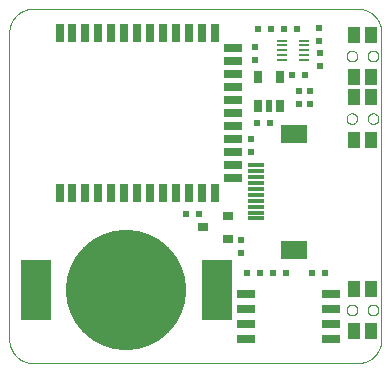
<source format=gtp>
G75*
%MOIN*%
%OFA0B0*%
%FSLAX25Y25*%
%IPPOS*%
%LPD*%
%AMOC8*
5,1,8,0,0,1.08239X$1,22.5*
%
%ADD10C,0.00000*%
%ADD11R,0.02756X0.06299*%
%ADD12R,0.06299X0.02756*%
%ADD13R,0.06496X0.02756*%
%ADD14C,0.40157*%
%ADD15R,0.09843X0.20079*%
%ADD16R,0.05512X0.01181*%
%ADD17R,0.08661X0.06299*%
%ADD18R,0.04134X0.05512*%
%ADD19R,0.02362X0.02362*%
%ADD20R,0.03150X0.03937*%
%ADD21R,0.02362X0.03937*%
%ADD22R,0.03346X0.00787*%
%ADD23R,0.03543X0.03150*%
D10*
X0050705Y0034957D02*
X0050705Y0137319D01*
X0050707Y0137509D01*
X0050714Y0137699D01*
X0050726Y0137889D01*
X0050742Y0138079D01*
X0050762Y0138268D01*
X0050788Y0138457D01*
X0050817Y0138645D01*
X0050852Y0138832D01*
X0050891Y0139018D01*
X0050934Y0139203D01*
X0050982Y0139388D01*
X0051034Y0139571D01*
X0051090Y0139752D01*
X0051151Y0139932D01*
X0051217Y0140111D01*
X0051286Y0140288D01*
X0051360Y0140464D01*
X0051438Y0140637D01*
X0051521Y0140809D01*
X0051607Y0140978D01*
X0051697Y0141146D01*
X0051792Y0141311D01*
X0051890Y0141474D01*
X0051993Y0141634D01*
X0052099Y0141792D01*
X0052209Y0141947D01*
X0052322Y0142100D01*
X0052440Y0142250D01*
X0052561Y0142396D01*
X0052685Y0142540D01*
X0052813Y0142681D01*
X0052944Y0142819D01*
X0053079Y0142954D01*
X0053217Y0143085D01*
X0053358Y0143213D01*
X0053502Y0143337D01*
X0053648Y0143458D01*
X0053798Y0143576D01*
X0053951Y0143689D01*
X0054106Y0143799D01*
X0054264Y0143905D01*
X0054424Y0144008D01*
X0054587Y0144106D01*
X0054752Y0144201D01*
X0054920Y0144291D01*
X0055089Y0144377D01*
X0055261Y0144460D01*
X0055434Y0144538D01*
X0055610Y0144612D01*
X0055787Y0144681D01*
X0055966Y0144747D01*
X0056146Y0144808D01*
X0056327Y0144864D01*
X0056510Y0144916D01*
X0056695Y0144964D01*
X0056880Y0145007D01*
X0057066Y0145046D01*
X0057253Y0145081D01*
X0057441Y0145110D01*
X0057630Y0145136D01*
X0057819Y0145156D01*
X0058009Y0145172D01*
X0058199Y0145184D01*
X0058389Y0145191D01*
X0058579Y0145193D01*
X0166846Y0145193D01*
X0167036Y0145191D01*
X0167226Y0145184D01*
X0167416Y0145172D01*
X0167606Y0145156D01*
X0167795Y0145136D01*
X0167984Y0145110D01*
X0168172Y0145081D01*
X0168359Y0145046D01*
X0168545Y0145007D01*
X0168730Y0144964D01*
X0168915Y0144916D01*
X0169098Y0144864D01*
X0169279Y0144808D01*
X0169459Y0144747D01*
X0169638Y0144681D01*
X0169815Y0144612D01*
X0169991Y0144538D01*
X0170164Y0144460D01*
X0170336Y0144377D01*
X0170505Y0144291D01*
X0170673Y0144201D01*
X0170838Y0144106D01*
X0171001Y0144008D01*
X0171161Y0143905D01*
X0171319Y0143799D01*
X0171474Y0143689D01*
X0171627Y0143576D01*
X0171777Y0143458D01*
X0171923Y0143337D01*
X0172067Y0143213D01*
X0172208Y0143085D01*
X0172346Y0142954D01*
X0172481Y0142819D01*
X0172612Y0142681D01*
X0172740Y0142540D01*
X0172864Y0142396D01*
X0172985Y0142250D01*
X0173103Y0142100D01*
X0173216Y0141947D01*
X0173326Y0141792D01*
X0173432Y0141634D01*
X0173535Y0141474D01*
X0173633Y0141311D01*
X0173728Y0141146D01*
X0173818Y0140978D01*
X0173904Y0140809D01*
X0173987Y0140637D01*
X0174065Y0140464D01*
X0174139Y0140288D01*
X0174208Y0140111D01*
X0174274Y0139932D01*
X0174335Y0139752D01*
X0174391Y0139571D01*
X0174443Y0139388D01*
X0174491Y0139203D01*
X0174534Y0139018D01*
X0174573Y0138832D01*
X0174608Y0138645D01*
X0174637Y0138457D01*
X0174663Y0138268D01*
X0174683Y0138079D01*
X0174699Y0137889D01*
X0174711Y0137699D01*
X0174718Y0137509D01*
X0174720Y0137319D01*
X0174720Y0034957D01*
X0174718Y0034767D01*
X0174711Y0034577D01*
X0174699Y0034387D01*
X0174683Y0034197D01*
X0174663Y0034008D01*
X0174637Y0033819D01*
X0174608Y0033631D01*
X0174573Y0033444D01*
X0174534Y0033258D01*
X0174491Y0033073D01*
X0174443Y0032888D01*
X0174391Y0032705D01*
X0174335Y0032524D01*
X0174274Y0032344D01*
X0174208Y0032165D01*
X0174139Y0031988D01*
X0174065Y0031812D01*
X0173987Y0031639D01*
X0173904Y0031467D01*
X0173818Y0031298D01*
X0173728Y0031130D01*
X0173633Y0030965D01*
X0173535Y0030802D01*
X0173432Y0030642D01*
X0173326Y0030484D01*
X0173216Y0030329D01*
X0173103Y0030176D01*
X0172985Y0030026D01*
X0172864Y0029880D01*
X0172740Y0029736D01*
X0172612Y0029595D01*
X0172481Y0029457D01*
X0172346Y0029322D01*
X0172208Y0029191D01*
X0172067Y0029063D01*
X0171923Y0028939D01*
X0171777Y0028818D01*
X0171627Y0028700D01*
X0171474Y0028587D01*
X0171319Y0028477D01*
X0171161Y0028371D01*
X0171001Y0028268D01*
X0170838Y0028170D01*
X0170673Y0028075D01*
X0170505Y0027985D01*
X0170336Y0027899D01*
X0170164Y0027816D01*
X0169991Y0027738D01*
X0169815Y0027664D01*
X0169638Y0027595D01*
X0169459Y0027529D01*
X0169279Y0027468D01*
X0169098Y0027412D01*
X0168915Y0027360D01*
X0168730Y0027312D01*
X0168545Y0027269D01*
X0168359Y0027230D01*
X0168172Y0027195D01*
X0167984Y0027166D01*
X0167795Y0027140D01*
X0167606Y0027120D01*
X0167416Y0027104D01*
X0167226Y0027092D01*
X0167036Y0027085D01*
X0166846Y0027083D01*
X0058579Y0027083D01*
X0058389Y0027085D01*
X0058199Y0027092D01*
X0058009Y0027104D01*
X0057819Y0027120D01*
X0057630Y0027140D01*
X0057441Y0027166D01*
X0057253Y0027195D01*
X0057066Y0027230D01*
X0056880Y0027269D01*
X0056695Y0027312D01*
X0056510Y0027360D01*
X0056327Y0027412D01*
X0056146Y0027468D01*
X0055966Y0027529D01*
X0055787Y0027595D01*
X0055610Y0027664D01*
X0055434Y0027738D01*
X0055261Y0027816D01*
X0055089Y0027899D01*
X0054920Y0027985D01*
X0054752Y0028075D01*
X0054587Y0028170D01*
X0054424Y0028268D01*
X0054264Y0028371D01*
X0054106Y0028477D01*
X0053951Y0028587D01*
X0053798Y0028700D01*
X0053648Y0028818D01*
X0053502Y0028939D01*
X0053358Y0029063D01*
X0053217Y0029191D01*
X0053079Y0029322D01*
X0052944Y0029457D01*
X0052813Y0029595D01*
X0052685Y0029736D01*
X0052561Y0029880D01*
X0052440Y0030026D01*
X0052322Y0030176D01*
X0052209Y0030329D01*
X0052099Y0030484D01*
X0051993Y0030642D01*
X0051890Y0030802D01*
X0051792Y0030965D01*
X0051697Y0031130D01*
X0051607Y0031298D01*
X0051521Y0031467D01*
X0051438Y0031639D01*
X0051360Y0031812D01*
X0051286Y0031988D01*
X0051217Y0032165D01*
X0051151Y0032344D01*
X0051090Y0032524D01*
X0051034Y0032705D01*
X0050982Y0032888D01*
X0050934Y0033073D01*
X0050891Y0033258D01*
X0050852Y0033444D01*
X0050817Y0033631D01*
X0050788Y0033819D01*
X0050762Y0034008D01*
X0050742Y0034197D01*
X0050726Y0034387D01*
X0050714Y0034577D01*
X0050707Y0034767D01*
X0050705Y0034957D01*
X0163106Y0044799D02*
X0163108Y0044883D01*
X0163114Y0044966D01*
X0163124Y0045049D01*
X0163138Y0045132D01*
X0163155Y0045214D01*
X0163177Y0045295D01*
X0163202Y0045374D01*
X0163231Y0045453D01*
X0163264Y0045530D01*
X0163300Y0045605D01*
X0163340Y0045679D01*
X0163383Y0045751D01*
X0163430Y0045820D01*
X0163480Y0045887D01*
X0163533Y0045952D01*
X0163589Y0046014D01*
X0163647Y0046074D01*
X0163709Y0046131D01*
X0163773Y0046184D01*
X0163840Y0046235D01*
X0163909Y0046282D01*
X0163980Y0046327D01*
X0164053Y0046367D01*
X0164128Y0046404D01*
X0164205Y0046438D01*
X0164283Y0046468D01*
X0164362Y0046494D01*
X0164443Y0046517D01*
X0164525Y0046535D01*
X0164607Y0046550D01*
X0164690Y0046561D01*
X0164773Y0046568D01*
X0164857Y0046571D01*
X0164941Y0046570D01*
X0165024Y0046565D01*
X0165108Y0046556D01*
X0165190Y0046543D01*
X0165272Y0046527D01*
X0165353Y0046506D01*
X0165434Y0046482D01*
X0165512Y0046454D01*
X0165590Y0046422D01*
X0165666Y0046386D01*
X0165740Y0046347D01*
X0165812Y0046305D01*
X0165882Y0046259D01*
X0165950Y0046210D01*
X0166015Y0046158D01*
X0166078Y0046103D01*
X0166138Y0046045D01*
X0166196Y0045984D01*
X0166250Y0045920D01*
X0166302Y0045854D01*
X0166350Y0045786D01*
X0166395Y0045715D01*
X0166436Y0045642D01*
X0166475Y0045568D01*
X0166509Y0045492D01*
X0166540Y0045414D01*
X0166567Y0045335D01*
X0166591Y0045254D01*
X0166610Y0045173D01*
X0166626Y0045091D01*
X0166638Y0045008D01*
X0166646Y0044924D01*
X0166650Y0044841D01*
X0166650Y0044757D01*
X0166646Y0044674D01*
X0166638Y0044590D01*
X0166626Y0044507D01*
X0166610Y0044425D01*
X0166591Y0044344D01*
X0166567Y0044263D01*
X0166540Y0044184D01*
X0166509Y0044106D01*
X0166475Y0044030D01*
X0166436Y0043956D01*
X0166395Y0043883D01*
X0166350Y0043812D01*
X0166302Y0043744D01*
X0166250Y0043678D01*
X0166196Y0043614D01*
X0166138Y0043553D01*
X0166078Y0043495D01*
X0166015Y0043440D01*
X0165950Y0043388D01*
X0165882Y0043339D01*
X0165812Y0043293D01*
X0165740Y0043251D01*
X0165666Y0043212D01*
X0165590Y0043176D01*
X0165512Y0043144D01*
X0165434Y0043116D01*
X0165353Y0043092D01*
X0165272Y0043071D01*
X0165190Y0043055D01*
X0165108Y0043042D01*
X0165024Y0043033D01*
X0164941Y0043028D01*
X0164857Y0043027D01*
X0164773Y0043030D01*
X0164690Y0043037D01*
X0164607Y0043048D01*
X0164525Y0043063D01*
X0164443Y0043081D01*
X0164362Y0043104D01*
X0164283Y0043130D01*
X0164205Y0043160D01*
X0164128Y0043194D01*
X0164053Y0043231D01*
X0163980Y0043271D01*
X0163909Y0043316D01*
X0163840Y0043363D01*
X0163773Y0043414D01*
X0163709Y0043467D01*
X0163647Y0043524D01*
X0163589Y0043584D01*
X0163533Y0043646D01*
X0163480Y0043711D01*
X0163430Y0043778D01*
X0163383Y0043847D01*
X0163340Y0043919D01*
X0163300Y0043993D01*
X0163264Y0044068D01*
X0163231Y0044145D01*
X0163202Y0044224D01*
X0163177Y0044303D01*
X0163155Y0044384D01*
X0163138Y0044466D01*
X0163124Y0044549D01*
X0163114Y0044632D01*
X0163108Y0044715D01*
X0163106Y0044799D01*
X0170193Y0044799D02*
X0170195Y0044883D01*
X0170201Y0044966D01*
X0170211Y0045049D01*
X0170225Y0045132D01*
X0170242Y0045214D01*
X0170264Y0045295D01*
X0170289Y0045374D01*
X0170318Y0045453D01*
X0170351Y0045530D01*
X0170387Y0045605D01*
X0170427Y0045679D01*
X0170470Y0045751D01*
X0170517Y0045820D01*
X0170567Y0045887D01*
X0170620Y0045952D01*
X0170676Y0046014D01*
X0170734Y0046074D01*
X0170796Y0046131D01*
X0170860Y0046184D01*
X0170927Y0046235D01*
X0170996Y0046282D01*
X0171067Y0046327D01*
X0171140Y0046367D01*
X0171215Y0046404D01*
X0171292Y0046438D01*
X0171370Y0046468D01*
X0171449Y0046494D01*
X0171530Y0046517D01*
X0171612Y0046535D01*
X0171694Y0046550D01*
X0171777Y0046561D01*
X0171860Y0046568D01*
X0171944Y0046571D01*
X0172028Y0046570D01*
X0172111Y0046565D01*
X0172195Y0046556D01*
X0172277Y0046543D01*
X0172359Y0046527D01*
X0172440Y0046506D01*
X0172521Y0046482D01*
X0172599Y0046454D01*
X0172677Y0046422D01*
X0172753Y0046386D01*
X0172827Y0046347D01*
X0172899Y0046305D01*
X0172969Y0046259D01*
X0173037Y0046210D01*
X0173102Y0046158D01*
X0173165Y0046103D01*
X0173225Y0046045D01*
X0173283Y0045984D01*
X0173337Y0045920D01*
X0173389Y0045854D01*
X0173437Y0045786D01*
X0173482Y0045715D01*
X0173523Y0045642D01*
X0173562Y0045568D01*
X0173596Y0045492D01*
X0173627Y0045414D01*
X0173654Y0045335D01*
X0173678Y0045254D01*
X0173697Y0045173D01*
X0173713Y0045091D01*
X0173725Y0045008D01*
X0173733Y0044924D01*
X0173737Y0044841D01*
X0173737Y0044757D01*
X0173733Y0044674D01*
X0173725Y0044590D01*
X0173713Y0044507D01*
X0173697Y0044425D01*
X0173678Y0044344D01*
X0173654Y0044263D01*
X0173627Y0044184D01*
X0173596Y0044106D01*
X0173562Y0044030D01*
X0173523Y0043956D01*
X0173482Y0043883D01*
X0173437Y0043812D01*
X0173389Y0043744D01*
X0173337Y0043678D01*
X0173283Y0043614D01*
X0173225Y0043553D01*
X0173165Y0043495D01*
X0173102Y0043440D01*
X0173037Y0043388D01*
X0172969Y0043339D01*
X0172899Y0043293D01*
X0172827Y0043251D01*
X0172753Y0043212D01*
X0172677Y0043176D01*
X0172599Y0043144D01*
X0172521Y0043116D01*
X0172440Y0043092D01*
X0172359Y0043071D01*
X0172277Y0043055D01*
X0172195Y0043042D01*
X0172111Y0043033D01*
X0172028Y0043028D01*
X0171944Y0043027D01*
X0171860Y0043030D01*
X0171777Y0043037D01*
X0171694Y0043048D01*
X0171612Y0043063D01*
X0171530Y0043081D01*
X0171449Y0043104D01*
X0171370Y0043130D01*
X0171292Y0043160D01*
X0171215Y0043194D01*
X0171140Y0043231D01*
X0171067Y0043271D01*
X0170996Y0043316D01*
X0170927Y0043363D01*
X0170860Y0043414D01*
X0170796Y0043467D01*
X0170734Y0043524D01*
X0170676Y0043584D01*
X0170620Y0043646D01*
X0170567Y0043711D01*
X0170517Y0043778D01*
X0170470Y0043847D01*
X0170427Y0043919D01*
X0170387Y0043993D01*
X0170351Y0044068D01*
X0170318Y0044145D01*
X0170289Y0044224D01*
X0170264Y0044303D01*
X0170242Y0044384D01*
X0170225Y0044466D01*
X0170211Y0044549D01*
X0170201Y0044632D01*
X0170195Y0044715D01*
X0170193Y0044799D01*
X0170193Y0108579D02*
X0170195Y0108663D01*
X0170201Y0108746D01*
X0170211Y0108829D01*
X0170225Y0108912D01*
X0170242Y0108994D01*
X0170264Y0109075D01*
X0170289Y0109154D01*
X0170318Y0109233D01*
X0170351Y0109310D01*
X0170387Y0109385D01*
X0170427Y0109459D01*
X0170470Y0109531D01*
X0170517Y0109600D01*
X0170567Y0109667D01*
X0170620Y0109732D01*
X0170676Y0109794D01*
X0170734Y0109854D01*
X0170796Y0109911D01*
X0170860Y0109964D01*
X0170927Y0110015D01*
X0170996Y0110062D01*
X0171067Y0110107D01*
X0171140Y0110147D01*
X0171215Y0110184D01*
X0171292Y0110218D01*
X0171370Y0110248D01*
X0171449Y0110274D01*
X0171530Y0110297D01*
X0171612Y0110315D01*
X0171694Y0110330D01*
X0171777Y0110341D01*
X0171860Y0110348D01*
X0171944Y0110351D01*
X0172028Y0110350D01*
X0172111Y0110345D01*
X0172195Y0110336D01*
X0172277Y0110323D01*
X0172359Y0110307D01*
X0172440Y0110286D01*
X0172521Y0110262D01*
X0172599Y0110234D01*
X0172677Y0110202D01*
X0172753Y0110166D01*
X0172827Y0110127D01*
X0172899Y0110085D01*
X0172969Y0110039D01*
X0173037Y0109990D01*
X0173102Y0109938D01*
X0173165Y0109883D01*
X0173225Y0109825D01*
X0173283Y0109764D01*
X0173337Y0109700D01*
X0173389Y0109634D01*
X0173437Y0109566D01*
X0173482Y0109495D01*
X0173523Y0109422D01*
X0173562Y0109348D01*
X0173596Y0109272D01*
X0173627Y0109194D01*
X0173654Y0109115D01*
X0173678Y0109034D01*
X0173697Y0108953D01*
X0173713Y0108871D01*
X0173725Y0108788D01*
X0173733Y0108704D01*
X0173737Y0108621D01*
X0173737Y0108537D01*
X0173733Y0108454D01*
X0173725Y0108370D01*
X0173713Y0108287D01*
X0173697Y0108205D01*
X0173678Y0108124D01*
X0173654Y0108043D01*
X0173627Y0107964D01*
X0173596Y0107886D01*
X0173562Y0107810D01*
X0173523Y0107736D01*
X0173482Y0107663D01*
X0173437Y0107592D01*
X0173389Y0107524D01*
X0173337Y0107458D01*
X0173283Y0107394D01*
X0173225Y0107333D01*
X0173165Y0107275D01*
X0173102Y0107220D01*
X0173037Y0107168D01*
X0172969Y0107119D01*
X0172899Y0107073D01*
X0172827Y0107031D01*
X0172753Y0106992D01*
X0172677Y0106956D01*
X0172599Y0106924D01*
X0172521Y0106896D01*
X0172440Y0106872D01*
X0172359Y0106851D01*
X0172277Y0106835D01*
X0172195Y0106822D01*
X0172111Y0106813D01*
X0172028Y0106808D01*
X0171944Y0106807D01*
X0171860Y0106810D01*
X0171777Y0106817D01*
X0171694Y0106828D01*
X0171612Y0106843D01*
X0171530Y0106861D01*
X0171449Y0106884D01*
X0171370Y0106910D01*
X0171292Y0106940D01*
X0171215Y0106974D01*
X0171140Y0107011D01*
X0171067Y0107051D01*
X0170996Y0107096D01*
X0170927Y0107143D01*
X0170860Y0107194D01*
X0170796Y0107247D01*
X0170734Y0107304D01*
X0170676Y0107364D01*
X0170620Y0107426D01*
X0170567Y0107491D01*
X0170517Y0107558D01*
X0170470Y0107627D01*
X0170427Y0107699D01*
X0170387Y0107773D01*
X0170351Y0107848D01*
X0170318Y0107925D01*
X0170289Y0108004D01*
X0170264Y0108083D01*
X0170242Y0108164D01*
X0170225Y0108246D01*
X0170211Y0108329D01*
X0170201Y0108412D01*
X0170195Y0108495D01*
X0170193Y0108579D01*
X0163106Y0108579D02*
X0163108Y0108663D01*
X0163114Y0108746D01*
X0163124Y0108829D01*
X0163138Y0108912D01*
X0163155Y0108994D01*
X0163177Y0109075D01*
X0163202Y0109154D01*
X0163231Y0109233D01*
X0163264Y0109310D01*
X0163300Y0109385D01*
X0163340Y0109459D01*
X0163383Y0109531D01*
X0163430Y0109600D01*
X0163480Y0109667D01*
X0163533Y0109732D01*
X0163589Y0109794D01*
X0163647Y0109854D01*
X0163709Y0109911D01*
X0163773Y0109964D01*
X0163840Y0110015D01*
X0163909Y0110062D01*
X0163980Y0110107D01*
X0164053Y0110147D01*
X0164128Y0110184D01*
X0164205Y0110218D01*
X0164283Y0110248D01*
X0164362Y0110274D01*
X0164443Y0110297D01*
X0164525Y0110315D01*
X0164607Y0110330D01*
X0164690Y0110341D01*
X0164773Y0110348D01*
X0164857Y0110351D01*
X0164941Y0110350D01*
X0165024Y0110345D01*
X0165108Y0110336D01*
X0165190Y0110323D01*
X0165272Y0110307D01*
X0165353Y0110286D01*
X0165434Y0110262D01*
X0165512Y0110234D01*
X0165590Y0110202D01*
X0165666Y0110166D01*
X0165740Y0110127D01*
X0165812Y0110085D01*
X0165882Y0110039D01*
X0165950Y0109990D01*
X0166015Y0109938D01*
X0166078Y0109883D01*
X0166138Y0109825D01*
X0166196Y0109764D01*
X0166250Y0109700D01*
X0166302Y0109634D01*
X0166350Y0109566D01*
X0166395Y0109495D01*
X0166436Y0109422D01*
X0166475Y0109348D01*
X0166509Y0109272D01*
X0166540Y0109194D01*
X0166567Y0109115D01*
X0166591Y0109034D01*
X0166610Y0108953D01*
X0166626Y0108871D01*
X0166638Y0108788D01*
X0166646Y0108704D01*
X0166650Y0108621D01*
X0166650Y0108537D01*
X0166646Y0108454D01*
X0166638Y0108370D01*
X0166626Y0108287D01*
X0166610Y0108205D01*
X0166591Y0108124D01*
X0166567Y0108043D01*
X0166540Y0107964D01*
X0166509Y0107886D01*
X0166475Y0107810D01*
X0166436Y0107736D01*
X0166395Y0107663D01*
X0166350Y0107592D01*
X0166302Y0107524D01*
X0166250Y0107458D01*
X0166196Y0107394D01*
X0166138Y0107333D01*
X0166078Y0107275D01*
X0166015Y0107220D01*
X0165950Y0107168D01*
X0165882Y0107119D01*
X0165812Y0107073D01*
X0165740Y0107031D01*
X0165666Y0106992D01*
X0165590Y0106956D01*
X0165512Y0106924D01*
X0165434Y0106896D01*
X0165353Y0106872D01*
X0165272Y0106851D01*
X0165190Y0106835D01*
X0165108Y0106822D01*
X0165024Y0106813D01*
X0164941Y0106808D01*
X0164857Y0106807D01*
X0164773Y0106810D01*
X0164690Y0106817D01*
X0164607Y0106828D01*
X0164525Y0106843D01*
X0164443Y0106861D01*
X0164362Y0106884D01*
X0164283Y0106910D01*
X0164205Y0106940D01*
X0164128Y0106974D01*
X0164053Y0107011D01*
X0163980Y0107051D01*
X0163909Y0107096D01*
X0163840Y0107143D01*
X0163773Y0107194D01*
X0163709Y0107247D01*
X0163647Y0107304D01*
X0163589Y0107364D01*
X0163533Y0107426D01*
X0163480Y0107491D01*
X0163430Y0107558D01*
X0163383Y0107627D01*
X0163340Y0107699D01*
X0163300Y0107773D01*
X0163264Y0107848D01*
X0163231Y0107925D01*
X0163202Y0108004D01*
X0163177Y0108083D01*
X0163155Y0108164D01*
X0163138Y0108246D01*
X0163124Y0108329D01*
X0163114Y0108412D01*
X0163108Y0108495D01*
X0163106Y0108579D01*
X0163106Y0129445D02*
X0163108Y0129529D01*
X0163114Y0129612D01*
X0163124Y0129695D01*
X0163138Y0129778D01*
X0163155Y0129860D01*
X0163177Y0129941D01*
X0163202Y0130020D01*
X0163231Y0130099D01*
X0163264Y0130176D01*
X0163300Y0130251D01*
X0163340Y0130325D01*
X0163383Y0130397D01*
X0163430Y0130466D01*
X0163480Y0130533D01*
X0163533Y0130598D01*
X0163589Y0130660D01*
X0163647Y0130720D01*
X0163709Y0130777D01*
X0163773Y0130830D01*
X0163840Y0130881D01*
X0163909Y0130928D01*
X0163980Y0130973D01*
X0164053Y0131013D01*
X0164128Y0131050D01*
X0164205Y0131084D01*
X0164283Y0131114D01*
X0164362Y0131140D01*
X0164443Y0131163D01*
X0164525Y0131181D01*
X0164607Y0131196D01*
X0164690Y0131207D01*
X0164773Y0131214D01*
X0164857Y0131217D01*
X0164941Y0131216D01*
X0165024Y0131211D01*
X0165108Y0131202D01*
X0165190Y0131189D01*
X0165272Y0131173D01*
X0165353Y0131152D01*
X0165434Y0131128D01*
X0165512Y0131100D01*
X0165590Y0131068D01*
X0165666Y0131032D01*
X0165740Y0130993D01*
X0165812Y0130951D01*
X0165882Y0130905D01*
X0165950Y0130856D01*
X0166015Y0130804D01*
X0166078Y0130749D01*
X0166138Y0130691D01*
X0166196Y0130630D01*
X0166250Y0130566D01*
X0166302Y0130500D01*
X0166350Y0130432D01*
X0166395Y0130361D01*
X0166436Y0130288D01*
X0166475Y0130214D01*
X0166509Y0130138D01*
X0166540Y0130060D01*
X0166567Y0129981D01*
X0166591Y0129900D01*
X0166610Y0129819D01*
X0166626Y0129737D01*
X0166638Y0129654D01*
X0166646Y0129570D01*
X0166650Y0129487D01*
X0166650Y0129403D01*
X0166646Y0129320D01*
X0166638Y0129236D01*
X0166626Y0129153D01*
X0166610Y0129071D01*
X0166591Y0128990D01*
X0166567Y0128909D01*
X0166540Y0128830D01*
X0166509Y0128752D01*
X0166475Y0128676D01*
X0166436Y0128602D01*
X0166395Y0128529D01*
X0166350Y0128458D01*
X0166302Y0128390D01*
X0166250Y0128324D01*
X0166196Y0128260D01*
X0166138Y0128199D01*
X0166078Y0128141D01*
X0166015Y0128086D01*
X0165950Y0128034D01*
X0165882Y0127985D01*
X0165812Y0127939D01*
X0165740Y0127897D01*
X0165666Y0127858D01*
X0165590Y0127822D01*
X0165512Y0127790D01*
X0165434Y0127762D01*
X0165353Y0127738D01*
X0165272Y0127717D01*
X0165190Y0127701D01*
X0165108Y0127688D01*
X0165024Y0127679D01*
X0164941Y0127674D01*
X0164857Y0127673D01*
X0164773Y0127676D01*
X0164690Y0127683D01*
X0164607Y0127694D01*
X0164525Y0127709D01*
X0164443Y0127727D01*
X0164362Y0127750D01*
X0164283Y0127776D01*
X0164205Y0127806D01*
X0164128Y0127840D01*
X0164053Y0127877D01*
X0163980Y0127917D01*
X0163909Y0127962D01*
X0163840Y0128009D01*
X0163773Y0128060D01*
X0163709Y0128113D01*
X0163647Y0128170D01*
X0163589Y0128230D01*
X0163533Y0128292D01*
X0163480Y0128357D01*
X0163430Y0128424D01*
X0163383Y0128493D01*
X0163340Y0128565D01*
X0163300Y0128639D01*
X0163264Y0128714D01*
X0163231Y0128791D01*
X0163202Y0128870D01*
X0163177Y0128949D01*
X0163155Y0129030D01*
X0163138Y0129112D01*
X0163124Y0129195D01*
X0163114Y0129278D01*
X0163108Y0129361D01*
X0163106Y0129445D01*
X0170193Y0129445D02*
X0170195Y0129529D01*
X0170201Y0129612D01*
X0170211Y0129695D01*
X0170225Y0129778D01*
X0170242Y0129860D01*
X0170264Y0129941D01*
X0170289Y0130020D01*
X0170318Y0130099D01*
X0170351Y0130176D01*
X0170387Y0130251D01*
X0170427Y0130325D01*
X0170470Y0130397D01*
X0170517Y0130466D01*
X0170567Y0130533D01*
X0170620Y0130598D01*
X0170676Y0130660D01*
X0170734Y0130720D01*
X0170796Y0130777D01*
X0170860Y0130830D01*
X0170927Y0130881D01*
X0170996Y0130928D01*
X0171067Y0130973D01*
X0171140Y0131013D01*
X0171215Y0131050D01*
X0171292Y0131084D01*
X0171370Y0131114D01*
X0171449Y0131140D01*
X0171530Y0131163D01*
X0171612Y0131181D01*
X0171694Y0131196D01*
X0171777Y0131207D01*
X0171860Y0131214D01*
X0171944Y0131217D01*
X0172028Y0131216D01*
X0172111Y0131211D01*
X0172195Y0131202D01*
X0172277Y0131189D01*
X0172359Y0131173D01*
X0172440Y0131152D01*
X0172521Y0131128D01*
X0172599Y0131100D01*
X0172677Y0131068D01*
X0172753Y0131032D01*
X0172827Y0130993D01*
X0172899Y0130951D01*
X0172969Y0130905D01*
X0173037Y0130856D01*
X0173102Y0130804D01*
X0173165Y0130749D01*
X0173225Y0130691D01*
X0173283Y0130630D01*
X0173337Y0130566D01*
X0173389Y0130500D01*
X0173437Y0130432D01*
X0173482Y0130361D01*
X0173523Y0130288D01*
X0173562Y0130214D01*
X0173596Y0130138D01*
X0173627Y0130060D01*
X0173654Y0129981D01*
X0173678Y0129900D01*
X0173697Y0129819D01*
X0173713Y0129737D01*
X0173725Y0129654D01*
X0173733Y0129570D01*
X0173737Y0129487D01*
X0173737Y0129403D01*
X0173733Y0129320D01*
X0173725Y0129236D01*
X0173713Y0129153D01*
X0173697Y0129071D01*
X0173678Y0128990D01*
X0173654Y0128909D01*
X0173627Y0128830D01*
X0173596Y0128752D01*
X0173562Y0128676D01*
X0173523Y0128602D01*
X0173482Y0128529D01*
X0173437Y0128458D01*
X0173389Y0128390D01*
X0173337Y0128324D01*
X0173283Y0128260D01*
X0173225Y0128199D01*
X0173165Y0128141D01*
X0173102Y0128086D01*
X0173037Y0128034D01*
X0172969Y0127985D01*
X0172899Y0127939D01*
X0172827Y0127897D01*
X0172753Y0127858D01*
X0172677Y0127822D01*
X0172599Y0127790D01*
X0172521Y0127762D01*
X0172440Y0127738D01*
X0172359Y0127717D01*
X0172277Y0127701D01*
X0172195Y0127688D01*
X0172111Y0127679D01*
X0172028Y0127674D01*
X0171944Y0127673D01*
X0171860Y0127676D01*
X0171777Y0127683D01*
X0171694Y0127694D01*
X0171612Y0127709D01*
X0171530Y0127727D01*
X0171449Y0127750D01*
X0171370Y0127776D01*
X0171292Y0127806D01*
X0171215Y0127840D01*
X0171140Y0127877D01*
X0171067Y0127917D01*
X0170996Y0127962D01*
X0170927Y0128009D01*
X0170860Y0128060D01*
X0170796Y0128113D01*
X0170734Y0128170D01*
X0170676Y0128230D01*
X0170620Y0128292D01*
X0170567Y0128357D01*
X0170517Y0128424D01*
X0170470Y0128493D01*
X0170427Y0128565D01*
X0170387Y0128639D01*
X0170351Y0128714D01*
X0170318Y0128791D01*
X0170289Y0128870D01*
X0170264Y0128949D01*
X0170242Y0129030D01*
X0170225Y0129112D01*
X0170211Y0129195D01*
X0170201Y0129278D01*
X0170195Y0129361D01*
X0170193Y0129445D01*
D11*
X0119406Y0136965D03*
X0115075Y0136965D03*
X0110744Y0136965D03*
X0106413Y0136965D03*
X0102083Y0136965D03*
X0097752Y0136965D03*
X0093421Y0136965D03*
X0089091Y0136965D03*
X0084760Y0136965D03*
X0080429Y0136965D03*
X0076098Y0136965D03*
X0071768Y0136965D03*
X0067437Y0136965D03*
X0067437Y0083815D03*
X0071768Y0083815D03*
X0076098Y0083815D03*
X0080429Y0083815D03*
X0084760Y0083815D03*
X0089091Y0083815D03*
X0093421Y0083815D03*
X0097752Y0083815D03*
X0102083Y0083815D03*
X0106413Y0083815D03*
X0110744Y0083815D03*
X0115075Y0083815D03*
X0119406Y0083815D03*
D12*
X0125311Y0088736D03*
X0125311Y0093067D03*
X0125311Y0097398D03*
X0125311Y0101728D03*
X0125311Y0106059D03*
X0125311Y0110390D03*
X0125311Y0114720D03*
X0125311Y0119051D03*
X0125311Y0123382D03*
X0125311Y0127713D03*
X0125311Y0132043D03*
D13*
X0129445Y0050134D03*
X0129445Y0045134D03*
X0129445Y0040134D03*
X0129445Y0035134D03*
X0157791Y0035134D03*
X0157791Y0040134D03*
X0157791Y0045134D03*
X0157791Y0050134D03*
D14*
X0089681Y0051492D03*
D15*
X0059563Y0051492D03*
X0119799Y0051492D03*
D16*
X0133087Y0075311D03*
X0133087Y0077280D03*
X0133087Y0079248D03*
X0133087Y0081217D03*
X0133087Y0083185D03*
X0133087Y0085154D03*
X0133087Y0087122D03*
X0133087Y0089091D03*
X0133087Y0091059D03*
X0133087Y0093028D03*
D17*
X0145488Y0103461D03*
X0145488Y0064878D03*
D18*
X0165567Y0051886D03*
X0171276Y0051886D03*
X0171276Y0037713D03*
X0165567Y0037713D03*
X0165567Y0101492D03*
X0171276Y0101492D03*
X0171276Y0115665D03*
X0165567Y0115665D03*
X0165567Y0122358D03*
X0171276Y0122358D03*
X0171276Y0136531D03*
X0165567Y0136531D03*
D19*
X0153854Y0134366D03*
X0154248Y0130429D03*
X0154248Y0126098D03*
X0149327Y0123146D03*
X0144996Y0123146D03*
X0147161Y0117831D03*
X0151098Y0117831D03*
X0151098Y0113500D03*
X0147161Y0113500D03*
X0137516Y0107004D03*
X0133185Y0107004D03*
X0131413Y0101689D03*
X0131413Y0097358D03*
X0113894Y0076689D03*
X0109563Y0076689D03*
X0127870Y0068224D03*
X0127870Y0063894D03*
X0130035Y0057004D03*
X0134366Y0057004D03*
X0138697Y0057004D03*
X0143028Y0057004D03*
X0151689Y0057004D03*
X0156020Y0057004D03*
X0132594Y0128067D03*
X0132594Y0132398D03*
X0133579Y0138500D03*
X0137909Y0138500D03*
X0142240Y0138500D03*
X0146571Y0138500D03*
X0153854Y0138697D03*
D20*
X0141059Y0122358D03*
X0133579Y0122358D03*
X0133579Y0112909D03*
X0141059Y0112909D03*
D21*
X0137319Y0112909D03*
D22*
X0141453Y0128264D03*
X0141453Y0129839D03*
X0141453Y0131413D03*
X0141453Y0132988D03*
X0141453Y0134563D03*
X0148933Y0134563D03*
X0148933Y0132988D03*
X0148933Y0131413D03*
X0148933Y0129839D03*
X0148933Y0128264D03*
D23*
X0123539Y0076098D03*
X0115272Y0072358D03*
X0123539Y0068618D03*
M02*

</source>
